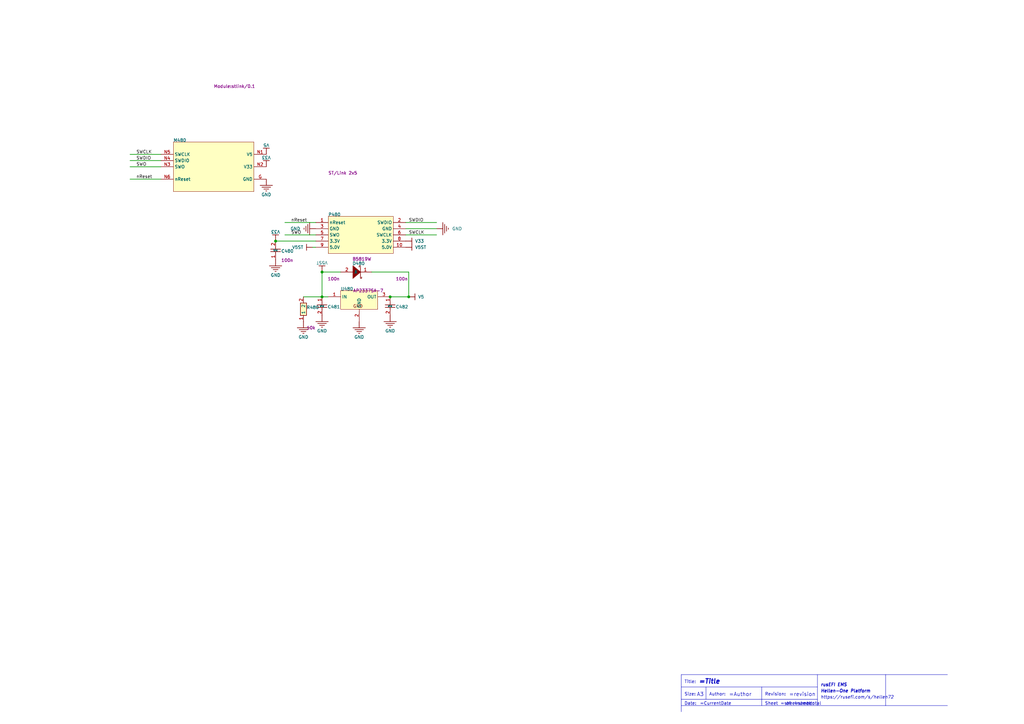
<source format=kicad_sch>
(kicad_sch (version 20210126) (generator eeschema)
  (paper "A3")
  (title_block (title "Hellen-One ST-Link") (rev "0.1"))
  (lib_symbols
    (symbol "hellen1-stlink-altium-import:0_78xx"
      (property "Value" "0_78xx" (at 0 0 0))
      (symbol "0_78xx_1_0"
        (text "GND" (at 5.08 -7.112 0) (effects (font (size 1.27 1.27)) (justify left bottom)))
        (rectangle (start 15.24 0) (end 0 -7.62) (fill (type background)))
        (pin power_in line (at -5.08 -2.54 0) (length 5.08) (name "IN") (number "1"))
        (pin power_in line (at 7.62 -12.7 90) (length 5.08) (name "GND") (number "2"))
        (pin power_in line (at 20.32 -2.54 180) (length 5.08) (name "OUT") (number "3"))
      )
    )
    (symbol "hellen1-stlink-altium-import:0_Cap"
      (property "Value" "0_Cap" (at 0 0 0))
      (symbol "0_Cap_1_0"
        (polyline (pts (xy 2.032 -4.318) (xy -2.032 -4.318)) (stroke (width 0.254)))
        (polyline (pts (xy -2.032 -3.302) (xy 2.032 -3.302)) (stroke (width 0.254)))
        (polyline (pts (xy 0 -2.54) (xy 0 -3.302)) (stroke (width 0.254)))
        (polyline (pts (xy 0 -5.08) (xy 0 -4.318)) (stroke (width 0.254)))
        (pin passive line (at 0 0 270) (length 2.54) (name "1") (number "1"))
        (pin passive line (at 0 -7.62 90) (length 2.54) (name "2") (number "2"))
      )
    )
    (symbol "hellen1-stlink-altium-import:0_JTAG-STLink-2x5"
      (property "Value" "0_JTAG-STLink-2x5" (at 0 0 0))
      (symbol "0_JTAG-STLink-2x5_1_0"
        (rectangle (start 26.67 0) (end 0 -15.24) (fill (type background)))
        (pin passive line (at -5.08 -2.54 0) (length 5.08) (name "nReset") (number "1"))
        (pin passive line (at 31.75 -2.54 180) (length 5.08) (name "SWDIO") (number "2"))
        (pin passive line (at -5.08 -5.08 0) (length 5.08) (name "GND") (number "3"))
        (pin passive line (at 31.75 -5.08 180) (length 5.08) (name "GND") (number "4"))
        (pin passive line (at -5.08 -7.62 0) (length 5.08) (name "SWO") (number "5"))
        (pin passive line (at 31.75 -7.62 180) (length 5.08) (name "SWCLK") (number "6"))
        (pin passive line (at -5.08 -10.16 0) (length 5.08) (name "3.3V") (number "7"))
        (pin passive line (at 31.75 -10.16 180) (length 5.08) (name "3.3V") (number "8"))
        (pin passive line (at -5.08 -12.7 0) (length 5.08) (name "5.0V") (number "9"))
        (pin passive line (at 31.75 -12.7 180) (length 5.08) (name "5.0V") (number "10"))
      )
    )
    (symbol "hellen1-stlink-altium-import:0_Mod-Hellen-STLink"
      (property "Value" "0_Mod-Hellen-STLink" (at 0 0 0))
      (symbol "0_Mod-Hellen-STLink_1_0"
        (rectangle (start 33.02 0) (end 0 -20.32) (fill (type background)))
        (pin passive line (at -5.08 -10.16 0) (length 5.08) (name "SWO") (number "N3"))
        (pin passive line (at -5.08 -7.62 0) (length 5.08) (name "SWDIO") (number "N4"))
        (pin passive line (at 38.1 -10.16 180) (length 5.08) (name "V33") (number "N2"))
        (pin passive line (at 38.1 -5.08 180) (length 5.08) (name "V5") (number "N1"))
        (pin passive line (at -5.08 -5.08 0) (length 5.08) (name "SWCLK") (number "N5"))
        (pin passive line (at -5.08 -15.24 0) (length 5.08) (name "nReset") (number "N6"))
        (pin passive line (at 38.1 -15.24 180) (length 5.08) (name "GND") (number "G"))
      )
    )
    (symbol "hellen1-stlink-altium-import:2_Cap"
      (property "Value" "2_Cap" (at 0 0 0))
      (symbol "2_Cap_1_0"
        (polyline (pts (xy -2.032 4.318) (xy 2.032 4.318)) (stroke (width 0.254)))
        (polyline (pts (xy 2.032 3.302) (xy -2.032 3.302)) (stroke (width 0.254)))
        (polyline (pts (xy 0 2.54) (xy 0 3.302)) (stroke (width 0.254)))
        (polyline (pts (xy 0 5.08) (xy 0 4.318)) (stroke (width 0.254)))
        (pin passive line (at 0 0 90) (length 2.54) (name "1") (number "1"))
        (pin passive line (at 0 7.62 270) (length 2.54) (name "2") (number "2"))
      )
    )
    (symbol "hellen1-stlink-altium-import:2_D Schottky"
      (property "Value" "2_D Schottky" (at 0 0 0))
      (symbol "2_D Schottky_1_0"
        (polyline (pts (xy -2.54 -2.54) (xy 0.508 0) (xy -2.54 2.54) (xy -2.54 -2.54)) (stroke (width 0.254)) (fill (type outline)))
        (polyline (pts (xy 1.016 -2.032) (xy 1.016 -2.54) (xy 0.508 -2.54) (xy 0.508 2.54) (xy 0 2.54) (xy 0 2.032)) (stroke (width 0.254)))
        (pin passive line (at -7.62 0 0) (length 5.08) (name "A") (number "2"))
        (pin passive line (at 5.08 0 180) (length 5.08) (name "K") (number "1"))
      )
    )
    (symbol "hellen1-stlink-altium-import:2_Res"
      (property "Value" "2_Res" (at 0 0 0))
      (symbol "2_Res_1_0"
        (rectangle (start 1.27 7.62) (end -1.27 2.54) (stroke (width 0.254)) (fill (type background)))
        (pin passive line (at 0 10.16 270) (length 2.54) (name "2") (number "2"))
        (pin passive line (at 0 0 90) (length 2.54) (name "1") (number "1"))
      )
    )
    (symbol "hellen1-stlink-altium-import:GND" (power)
      (property "Reference" "#PWR" (at 0 0 0))
      (property "Value" "GND" (at 0 6.35 0))
      (symbol "GND_0_0"
        (polyline (pts (xy 0 0) (xy 0 -2.54)) (stroke (width 0.254)))
        (polyline (pts (xy -2.54 -2.54) (xy 2.54 -2.54)) (stroke (width 0.254)))
        (polyline (pts (xy -1.778 -3.302) (xy 1.778 -3.302)) (stroke (width 0.254)))
        (polyline (pts (xy -1.016 -4.064) (xy 1.016 -4.064)) (stroke (width 0.254)))
        (polyline (pts (xy -0.254 -4.826) (xy 0.254 -4.826)) (stroke (width 0.254)))
        (pin power_in line (at 0 0 0) (length 0) hide (name "GND") (number ""))
      )
    )
    (symbol "hellen1-stlink-altium-import:V33" (power)
      (property "Reference" "#PWR" (at 0 0 0))
      (property "Value" "V33" (at 0 3.81 0))
      (symbol "V33_0_0"
        (polyline (pts (xy 0 0) (xy 0 -2.54)) (stroke (width 0.254)))
        (polyline (pts (xy -1.27 -2.54) (xy 1.27 -2.54)) (stroke (width 0.254)))
        (pin power_in line (at 0 0 0) (length 0) hide (name "V33") (number ""))
      )
    )
    (symbol "hellen1-stlink-altium-import:V5" (power)
      (property "Reference" "#PWR" (at 0 0 0))
      (property "Value" "V5" (at 0 3.81 0))
      (symbol "V5_0_0"
        (polyline (pts (xy 0 0) (xy 0 -2.54)) (stroke (width 0.254)))
        (polyline (pts (xy -1.27 -2.54) (xy 1.27 -2.54)) (stroke (width 0.254)))
        (pin power_in line (at 0 0 0) (length 0) hide (name "V5") (number ""))
      )
    )
    (symbol "hellen1-stlink-altium-import:V5ST" (power)
      (property "Reference" "#PWR" (at 0 0 0))
      (property "Value" "V5ST" (at 0 3.81 0))
      (symbol "V5ST_0_0"
        (polyline (pts (xy 0 0) (xy 0 -2.54)) (stroke (width 0.254)))
        (polyline (pts (xy -1.27 -2.54) (xy 1.27 -2.54)) (stroke (width 0.254)))
        (pin power_in line (at 0 0 0) (length 0) hide (name "V5ST") (number ""))
      )
    )
  )
  (junction (at 113.03 98.8822) (diameter 1.016))
  (junction (at 132.08 111.5822) (diameter 1.016))
  (junction (at 132.08 121.7422) (diameter 1.016))
  (junction (at 160.02 121.7422) (diameter 1.016))
  (junction (at 167.64 121.7422) (diameter 1.016))
  (wire (pts (xy 53.34 63.3222) (xy 66.04 63.3222)) (stroke (width 0.254)))
  (wire (pts (xy 53.34 65.8622) (xy 66.04 65.8622)) (stroke (width 0.254)))
  (wire (pts (xy 53.34 68.4022) (xy 66.04 68.4022)) (stroke (width 0.254)))
  (wire (pts (xy 53.34 73.4822) (xy 66.04 73.4822)) (stroke (width 0.254)))
  (wire (pts (xy 113.03 98.8822) (xy 129.54 98.8822)) (stroke (width 0.254)))
  (wire (pts (xy 116.84 91.2622) (xy 129.54 91.2622)) (stroke (width 0.254)))
  (wire (pts (xy 116.84 96.3422) (xy 129.54 96.3422)) (stroke (width 0.254)))
  (wire (pts (xy 124.46 121.7422) (xy 132.08 121.7422)) (stroke (width 0.254)))
  (wire (pts (xy 128.27 101.4222) (xy 129.54 101.4222)) (stroke (width 0.254)))
  (wire (pts (xy 132.08 111.5822) (xy 139.7 111.5822)) (stroke (width 0.254)))
  (wire (pts (xy 132.08 121.7422) (xy 132.08 111.5822)) (stroke (width 0.254)))
  (wire (pts (xy 132.08 121.7422) (xy 134.62 121.7422)) (stroke (width 0.254)))
  (wire (pts (xy 152.4 111.5822) (xy 167.64 111.5822)) (stroke (width 0.254)))
  (wire (pts (xy 166.37 91.2622) (xy 179.07 91.2622)) (stroke (width 0.254)))
  (wire (pts (xy 166.37 96.3422) (xy 179.07 96.3422)) (stroke (width 0.254)))
  (wire (pts (xy 167.64 111.5822) (xy 167.64 121.7422)) (stroke (width 0.254)))
  (wire (pts (xy 167.64 121.7422) (xy 160.02 121.7422)) (stroke (width 0.254)))
  (wire (pts (xy 179.07 93.8022) (xy 166.37 93.8022)) (stroke (width 0.254)))
  (polyline (pts (xy 279.4 276.6822) (xy 279.4 291.9222)) (stroke (width 0) (type solid)))
  (polyline (pts (xy 279.4 281.7622) (xy 335.28 281.7622)) (stroke (width 0) (type solid)))
  (polyline (pts (xy 279.4 286.8422) (xy 335.28 286.8422)) (stroke (width 0) (type solid)))
  (polyline (pts (xy 289.56 281.7622) (xy 289.56 286.8422)) (stroke (width 0) (type solid)))
  (polyline (pts (xy 312.42 281.7622) (xy 312.42 289.3822)) (stroke (width 0) (type solid)))
  (polyline (pts (xy 335.28 276.6822) (xy 335.28 289.3822)) (stroke (width 0) (type solid)))
  (polyline (pts (xy 363.22 276.6822) (xy 279.4 276.6822)) (stroke (width 0) (type solid)))
  (polyline (pts (xy 363.22 276.6822) (xy 363.22 289.3822)) (stroke (width 0) (type solid)))
  (polyline (pts (xy 363.22 289.3822) (xy 279.4 289.3822)) (stroke (width 0) (type solid)))
  (polyline (pts (xy 363.22 289.3822) (xy 388.62 289.3822)) (stroke (width 0) (type solid)))
  (polyline (pts (xy 388.62 276.6822) (xy 363.22 276.6822)) (stroke (width 0) (type solid)))
  (text "Title:" (at 280.67 280.4922 180) (effects (font (size 1.27 1.27)) (justify left bottom)))
  (text "Size:" (at 280.67 285.5722 180) (effects (font (size 1.27 1.27)) (justify left bottom)))
  (text "Date:" (at 280.67 289.3822 180) (effects (font (size 1.27 1.27)) (justify left bottom)))
  (text "A3" (at 285.75 285.8262 180) (effects (font (size 1.524 1.524)) (justify left bottom)))
  (text "=Title" (at 286.512 280.7462 180) (effects (font (size 1.905 1.905) bold italic) (justify left bottom)))
  (text "=CurrentDate" (at 287.02 289.3822 180) (effects (font (size 1.27 1.27)) (justify left bottom)))
  (text "Author:" (at 290.83 285.5722 180) (effects (font (size 1.27 1.27)) (justify left bottom)))
  (text "=Author" (at 298.958 285.8262 180) (effects (font (size 1.524 1.524)) (justify left bottom)))
  (text "Revision:" (at 313.69 285.5722 180) (effects (font (size 1.27 1.27)) (justify left bottom)))
  (text "Sheet" (at 313.69 289.3822 180) (effects (font (size 1.27 1.27)) (justify left bottom)))
  (text "=sheetnumber" (at 320.04 289.3822 180) (effects (font (size 1.27 1.27)) (justify left bottom)))
  (text "of" (at 322.326 289.3822 180) (effects (font (size 1.27 1.27)) (justify left bottom)))
  (text "=revision" (at 323.596 285.8262 180) (effects (font (size 1.524 1.524)) (justify left bottom)))
  (text "=sheettotal" (at 325.628 289.3822 180) (effects (font (size 1.27 1.27)) (justify left bottom)))
  (text "rusEFI EMS" (at 336.55 281.7622 180) (effects (font (size 1.27 1.27) bold italic) (justify left bottom)))
  (text "Hellen-One Platform" (at 336.55 284.3022 180) (effects (font (size 1.27 1.27) bold italic) (justify left bottom)))
  (text "https://rusefi.com/s/hellen72" (at 336.55 286.8422 180) (effects (font (size 1.27 1.27) italic) (justify left bottom)))
  (label "SWCLK" (at 55.88 63.3222 0))
  (label "SWDIO" (at 55.88 65.8622 0))
  (label "SWO" (at 55.88 68.4022 0))
  (label "nReset" (at 55.88 73.4822 0))
  (label "nReset" (at 119.38 91.2622 0))
  (label "SWO" (at 119.38 96.3422 0))
  (label "SWDIO" (at 167.64 91.2622 0))
  (label "SWCLK" (at 167.64 96.3422 0))
  (symbol (lib_id "hellen1-stlink-altium-import:V5") (at 109.22 63.3222 180) (unit 1)
    (property "Reference" "#PWR?" (effects hide))
    (property "Value" "V5" (at 109.22 59.5122 -180))
  )
  (symbol (lib_id "hellen1-stlink-altium-import:V33") (at 109.22 68.4022 180) (unit 1)
    (property "Reference" "#PWR?" (effects hide))
    (property "Value" "V33" (at 109.22 64.5922 -180))
  )
  (symbol (lib_id "hellen1-stlink-altium-import:V33") (at 113.03 98.8822 180) (unit 1)
    (property "Reference" "#PWR?" (effects hide))
    (property "Value" "V33" (at 113.03 95.0722 -180))
  )
  (symbol (lib_id "hellen1-stlink-altium-import:V5ST") (at 128.27 101.4222 270) (unit 1)
    (property "Reference" "#PWR?" (effects hide))
    (property "Value" "V5ST" (at 124.46 101.4222 -270) (effects (justify right)))
  )
  (symbol (lib_id "hellen1-stlink-altium-import:V5ST") (at 132.08 111.5822 180) (unit 1)
    (property "Reference" "#PWR?" (effects hide))
    (property "Value" "V5ST" (at 132.08 107.7722 -180))
  )
  (symbol (lib_id "hellen1-stlink-altium-import:V33") (at 166.37 98.8822 90) (unit 1)
    (property "Reference" "#PWR?" (effects hide))
    (property "Value" "V33" (at 170.18 98.8822 -90) (effects (justify left)))
  )
  (symbol (lib_id "hellen1-stlink-altium-import:V5ST") (at 166.37 101.4222 90) (unit 1)
    (property "Reference" "#PWR?" (effects hide))
    (property "Value" "V5ST" (at 170.18 101.4222 -90) (effects (justify left)))
  )
  (symbol (lib_id "hellen1-stlink-altium-import:V5") (at 167.64 121.7422 90) (unit 1)
    (property "Reference" "#PWR?" (effects hide))
    (property "Value" "V5" (at 171.45 121.7422 -90) (effects (justify left)))
  )
  (symbol (lib_id "hellen1-stlink-altium-import:GND") (at 109.22 73.4822 0) (unit 1)
    (property "Reference" "#PWR?" (effects hide))
    (property "Value" "GND" (at 109.22 79.8322 0))
  )
  (symbol (lib_id "hellen1-stlink-altium-import:GND") (at 113.03 106.5022 0) (unit 1)
    (property "Reference" "#PWR?" (effects hide))
    (property "Value" "GND" (at 113.03 112.8522 0))
  )
  (symbol (lib_id "hellen1-stlink-altium-import:GND") (at 124.46 131.9022 0) (unit 1)
    (property "Reference" "#PWR?" (effects hide))
    (property "Value" "GND" (at 124.46 138.2522 0))
  )
  (symbol (lib_id "hellen1-stlink-altium-import:GND") (at 129.54 93.8022 270) (unit 1)
    (property "Reference" "#PWR?" (effects hide))
    (property "Value" "GND" (at 123.19 93.8022 -270) (effects (justify right)))
  )
  (symbol (lib_id "hellen1-stlink-altium-import:GND") (at 132.08 129.3622 0) (unit 1)
    (property "Reference" "#PWR?" (effects hide))
    (property "Value" "GND" (at 132.08 135.7122 0))
  )
  (symbol (lib_id "hellen1-stlink-altium-import:GND") (at 147.32 131.9022 0) (unit 1)
    (property "Reference" "#PWR?" (effects hide))
    (property "Value" "GND" (at 147.32 138.2522 0))
  )
  (symbol (lib_id "hellen1-stlink-altium-import:GND") (at 160.02 129.3622 0) (unit 1)
    (property "Reference" "#PWR?" (effects hide))
    (property "Value" "GND" (at 160.02 135.7122 0))
  )
  (symbol (lib_id "hellen1-stlink-altium-import:GND") (at 179.07 93.8022 90) (unit 1)
    (property "Reference" "#PWR?" (effects hide))
    (property "Value" "GND" (at 185.42 93.8022 -90) (effects (justify left)))
  )
  (symbol (lib_id "hellen1-stlink-altium-import:2_Res") (at 124.46 131.9022 0) (unit 1)
    (property "Reference" "R480" (at 125.73 126.8222 0) (effects (justify left bottom)))
    (property "Fitted" "True" (effects hide))
    (property "Type" "SMD" (effects hide))
    (property "Supplier 3" "LCSC" (effects hide))
    (property "Supplier Part Number 3" "C25804" (effects hide))
    (property "PackageReference" "R0603" (effects hide))
    (property "Comment" "10k" (at 125.73 134.4422 0) (effects (justify left)))
  )
  (symbol (lib_id "hellen1-stlink-altium-import:2_Cap") (at 113.03 106.5022 0) (unit 1)
    (property "Reference" "C480" (at 115.316 103.7082 0) (effects (justify left bottom)))
    (property "Fitted" "True" (effects hide))
    (property "Type" "SMD" (effects hide))
    (property "Supplier 3" "LCSC" (effects hide))
    (property "Supplier Part Number 3" "C14663" (effects hide))
    (property "PackageReference" "C0603" (effects hide))
    (property "Comment" "100n" (at 115.316 106.7562 0) (effects (justify left)))
  )
  (symbol (lib_id "hellen1-stlink-altium-import:0_Cap") (at 132.08 121.7422 0) (unit 1)
    (property "Reference" "C481" (at 134.366 126.5682 0) (effects (justify left bottom)))
    (property "Fitted" "True" (effects hide))
    (property "Type" "SMD" (effects hide))
    (property "Supplier 3" "LCSC" (effects hide))
    (property "Supplier Part Number 3" "C14663" (effects hide))
    (property "PackageReference" "C0603" (effects hide))
    (property "Comment" "100n" (at 134.366 114.3762 0) (effects (justify left)))
  )
  (symbol (lib_id "hellen1-stlink-altium-import:0_Cap") (at 160.02 121.7422 0) (unit 1)
    (property "Reference" "C482" (at 162.306 126.5682 0) (effects (justify left bottom)))
    (property "Fitted" "True" (effects hide))
    (property "Type" "SMD" (effects hide))
    (property "Supplier 3" "LCSC" (effects hide))
    (property "Supplier Part Number 3" "C14663" (effects hide))
    (property "PackageReference" "C0603" (effects hide))
    (property "Comment" "100n" (at 162.306 114.3762 0) (effects (justify left)))
  )
  (symbol (lib_id "hellen1-stlink-altium-import:2_D Schottky") (at 147.32 111.5822 0) (unit 1)
    (property "Reference" "D480" (at 144.526 108.7882 0) (effects (justify left bottom)))
    (property "Published" "8-Jun-2000" (effects hide))
    (property "LatestRevisionDate" "17-Jul-2002" (effects hide))
    (property "LatestRevisionNote" "Re-released for DXP Platform." (effects hide))
    (property "PackageReference" "SOD-123" (effects hide))
    (property "Publisher" "Altium Limited" (effects hide))
    (property "Code_JEDEC" "DO-214-AA" (effects hide))
    (property "Fitted" "False" (effects hide))
    (property "Type" "SMD" (effects hide))
    (property "Supplier 3" "LCSC" (effects hide))
    (property "Supplier Part Number 3" "C8598" (effects hide))
    (property "Comment" "B5819W" (at 144.526 106.2482 0) (effects (justify left)))
  )
  (symbol (lib_id "hellen1-stlink-altium-import:0_78xx") (at 139.7 119.2022 0) (unit 1)
    (property "Reference" "U480" (at 139.7 119.2022 0) (effects (justify left bottom)))
    (property "Published" "17-Jul-2002" (effects hide))
    (property "DatasheetVersion" "1988" (effects hide))
    (property "PackageReference" "SOT-23" (effects hide))
    (property "Publisher" "Altium Limited" (effects hide))
    (property "PackageDescription" "D-PAK/TO-252-AA; 3 Leads (1 Cropped); Body 10.2 (inc. leads) x 6.7 mm (LxW max)" (effects hide))
    (property "Note" "Heatsink suface connected to pin 4." (effects hide))
    (property "ComponentLink1Description" "Manufacturer Link" (effects hide))
    (property "ComponentLink1URL" "http://www.onsemi.com/site/products/taxonomy/0,4438,503,00.html" (effects hide))
    (property "ComponentLink2Description" "Datasheet" (effects hide))
    (property "ComponentLink2URL" "http://www.onsemi.com/pub/Collateral/MC78M00-D.PDF" (effects hide))
    (property "Fitted" "True" (effects hide))
    (property "Type" "SMD" (effects hide))
    (property "Supplier 3" "LCSC" (effects hide))
    (property "Supplier Part Number 3" "C150497" (effects hide))
    (property "Comment" "AP2337SA-7" (at 144.78 119.2022 0) (effects (justify left)))
  )
  (symbol (lib_id "hellen1-stlink-altium-import:0_JTAG-STLink-2x5") (at 134.62 88.7222 0) (unit 1)
    (property "Reference" "P480" (at 134.62 88.7222 0) (effects (justify left bottom)))
    (property "LatestRevisionDate" "17-Jul-2002" (effects hide))
    (property "LatestRevisionNote" "Re-released for DXP Platform." (effects hide))
    (property "Publisher" "Altium Limited" (effects hide))
    (property "Type" "PTH" (effects hide))
    (property "PackageReference" "HDR2x5-F-TH-SMD" (effects hide))
    (property "Supplier 3" "LCSC" (effects hide))
    (property "Fitted" "False" (effects hide))
    (property "Supplier Part Number 3" "*" (effects hide))
    (property "Comment" "ST/Link 2x5" (at 134.62 70.9422 0) (effects (justify left)))
  )
  (symbol (lib_id "hellen1-stlink-altium-import:0_Mod-Hellen-STLink") (at 71.12 58.2422 0) (unit 1)
    (property "Reference" "M480" (at 71.12 58.2422 0) (effects (justify left bottom)))
    (property "Publisher" "andreika" (effects hide))
    (property "Supplier Part Number 1" "*" (effects hide))
    (property "Supplier Part Number 2" "*" (effects hide))
    (property "Supplier 1" "Mouser" (effects hide))
    (property "Supplier 2" "Digi-Key" (effects hide))
    (property "Fitted" "False" (effects hide))
    (property "Supplier 3" "LCSC" (effects hide))
    (property "Type" "Module" (effects hide))
    (property "Comment" "Module:stlink/0.1" (at 87.63 35.3822 0) (effects (justify left)))
  )
)
</source>
